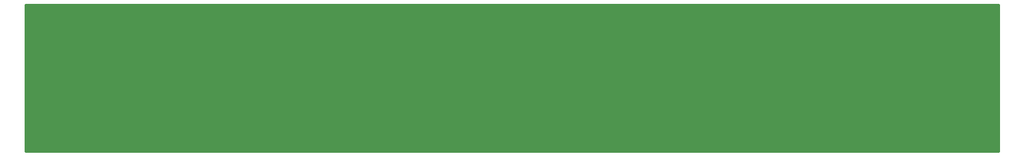
<source format=gtl>
G75*
%MOIN*%
%OFA0B0*%
%FSLAX25Y25*%
%IPPOS*%
%LPD*%
%AMOC8*
5,1,8,0,0,1.08239X$1,22.5*
%
%ADD10C,0.18898*%
%ADD11C,0.32822*%
%ADD12C,0.01000*%
D10*
X0055744Y0113461D03*
X0537033Y0113461D03*
D11*
X0481433Y0103933D03*
X0411433Y0103933D03*
X0341433Y0103933D03*
X0276433Y0103933D03*
X0206433Y0103933D03*
X0136433Y0103933D03*
X0136433Y0143933D03*
X0206433Y0143933D03*
X0276433Y0143933D03*
X0341433Y0143933D03*
X0411433Y0143933D03*
X0481433Y0143933D03*
D12*
X0045933Y0161933D02*
X0045933Y0085933D01*
X0546933Y0085933D01*
X0546933Y0161933D01*
X0045933Y0161933D01*
X0045933Y0161817D02*
X0546933Y0161817D01*
X0546933Y0160818D02*
X0045933Y0160818D01*
X0045933Y0159820D02*
X0546933Y0159820D01*
X0546933Y0158821D02*
X0045933Y0158821D01*
X0045933Y0157823D02*
X0546933Y0157823D01*
X0546933Y0156824D02*
X0045933Y0156824D01*
X0045933Y0155826D02*
X0546933Y0155826D01*
X0546933Y0154827D02*
X0045933Y0154827D01*
X0045933Y0153829D02*
X0546933Y0153829D01*
X0546933Y0152830D02*
X0045933Y0152830D01*
X0045933Y0151832D02*
X0546933Y0151832D01*
X0546933Y0150833D02*
X0045933Y0150833D01*
X0045933Y0149835D02*
X0546933Y0149835D01*
X0546933Y0148836D02*
X0045933Y0148836D01*
X0045933Y0147838D02*
X0546933Y0147838D01*
X0546933Y0146839D02*
X0045933Y0146839D01*
X0045933Y0145841D02*
X0546933Y0145841D01*
X0546933Y0144842D02*
X0045933Y0144842D01*
X0045933Y0143844D02*
X0546933Y0143844D01*
X0546933Y0142845D02*
X0045933Y0142845D01*
X0045933Y0141847D02*
X0546933Y0141847D01*
X0546933Y0140848D02*
X0045933Y0140848D01*
X0045933Y0139850D02*
X0546933Y0139850D01*
X0546933Y0138851D02*
X0045933Y0138851D01*
X0045933Y0137853D02*
X0546933Y0137853D01*
X0546933Y0136854D02*
X0045933Y0136854D01*
X0045933Y0135856D02*
X0546933Y0135856D01*
X0546933Y0134857D02*
X0045933Y0134857D01*
X0045933Y0133859D02*
X0546933Y0133859D01*
X0546933Y0132860D02*
X0045933Y0132860D01*
X0045933Y0131862D02*
X0546933Y0131862D01*
X0546933Y0130863D02*
X0045933Y0130863D01*
X0045933Y0129865D02*
X0546933Y0129865D01*
X0546933Y0128866D02*
X0045933Y0128866D01*
X0045933Y0127868D02*
X0546933Y0127868D01*
X0546933Y0126869D02*
X0045933Y0126869D01*
X0045933Y0125871D02*
X0546933Y0125871D01*
X0546933Y0124872D02*
X0045933Y0124872D01*
X0045933Y0123874D02*
X0546933Y0123874D01*
X0546933Y0122875D02*
X0045933Y0122875D01*
X0045933Y0121877D02*
X0546933Y0121877D01*
X0546933Y0120878D02*
X0045933Y0120878D01*
X0045933Y0119879D02*
X0546933Y0119879D01*
X0546933Y0118881D02*
X0045933Y0118881D01*
X0045933Y0117882D02*
X0546933Y0117882D01*
X0546933Y0116884D02*
X0045933Y0116884D01*
X0045933Y0115885D02*
X0546933Y0115885D01*
X0546933Y0114887D02*
X0045933Y0114887D01*
X0045933Y0113888D02*
X0546933Y0113888D01*
X0546933Y0112890D02*
X0045933Y0112890D01*
X0045933Y0111891D02*
X0546933Y0111891D01*
X0546933Y0110893D02*
X0045933Y0110893D01*
X0045933Y0109894D02*
X0546933Y0109894D01*
X0546933Y0108896D02*
X0045933Y0108896D01*
X0045933Y0107897D02*
X0546933Y0107897D01*
X0546933Y0106899D02*
X0045933Y0106899D01*
X0045933Y0105900D02*
X0546933Y0105900D01*
X0546933Y0104902D02*
X0045933Y0104902D01*
X0045933Y0103903D02*
X0546933Y0103903D01*
X0546933Y0102905D02*
X0045933Y0102905D01*
X0045933Y0101906D02*
X0546933Y0101906D01*
X0546933Y0100908D02*
X0045933Y0100908D01*
X0045933Y0099909D02*
X0546933Y0099909D01*
X0546933Y0098911D02*
X0045933Y0098911D01*
X0045933Y0097912D02*
X0546933Y0097912D01*
X0546933Y0096914D02*
X0045933Y0096914D01*
X0045933Y0095915D02*
X0546933Y0095915D01*
X0546933Y0094917D02*
X0045933Y0094917D01*
X0045933Y0093918D02*
X0546933Y0093918D01*
X0546933Y0092920D02*
X0045933Y0092920D01*
X0045933Y0091921D02*
X0546933Y0091921D01*
X0546933Y0090923D02*
X0045933Y0090923D01*
X0045933Y0089924D02*
X0546933Y0089924D01*
X0546933Y0088926D02*
X0045933Y0088926D01*
X0045933Y0087927D02*
X0546933Y0087927D01*
X0546933Y0086929D02*
X0045933Y0086929D01*
M02*

</source>
